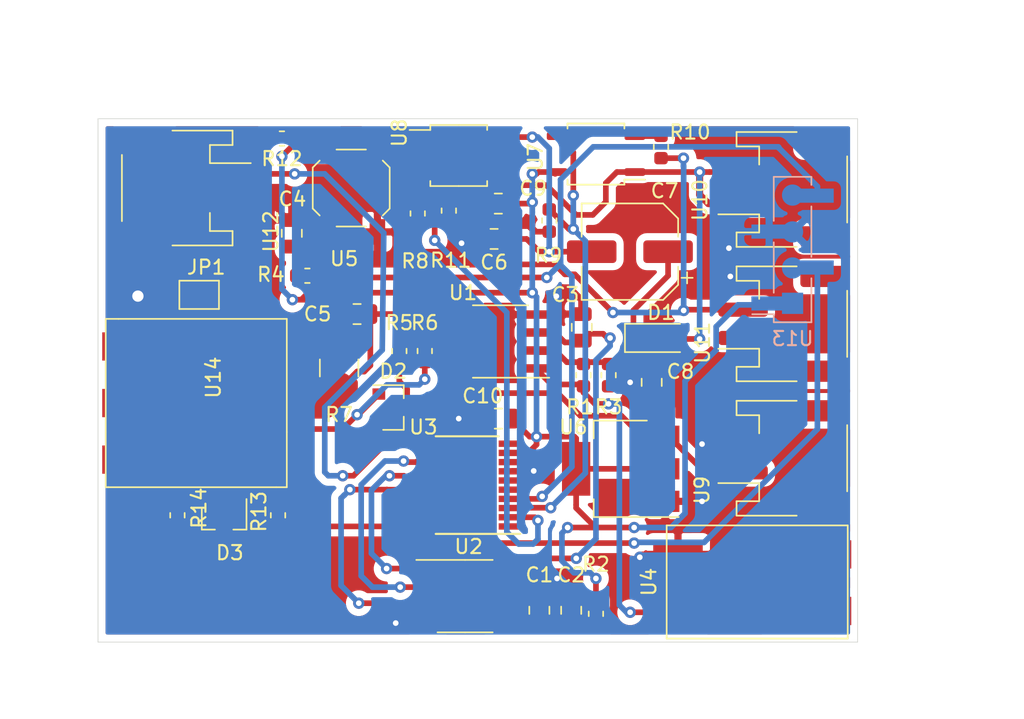
<source format=kicad_pcb>
(kicad_pcb (version 20171130) (host pcbnew "(5.1.5)-3")
  (layers (0 F.Cu signal) (31 B.Cu signal) (34 B.Paste user) (35 F.Paste user) (36 B.SilkS user) (37 F.SilkS user) (38 B.Mask user) (39 F.Mask user) (44 Edge.Cuts user))
  (net 0 "")
  (net 1 GND)
  (net 2 "Net-(C1-Pad1)")
  (net 3 /RCH)
  (net 4 "Net-(R1-Pad1)")
  (net 5 /5V_SUPPLY)
  (net 6 /SPI_SCK)
  (net 7 /WS)
  (net 8 /SPI_MOSI)
  (net 9 "Net-(U2-Pad7)")
  (net 10 /UART_TX)
  (net 11 /UART_RX)
  (net 12 /SWIM)
  (net 13 /RESET)
  (net 14 /C_SENSOR)
  (net 15 "Net-(R5-Pad1)")
  (net 16 "Net-(U2-Pad6)")
  (net 17 /V_SENSOR)
  (net 18 /RX_in)
  (net 19 "Net-(C7-Pad1)")
  (net 20 "Net-(C6-Pad1)")
  (net 21 "Net-(R1-Pad2)")
  (net 22 "Net-(R8-Pad2)")
  (net 23 "Net-(R10-Pad1)")
  (net 24 /EXT_GND)
  (net 25 "Net-(R11-Pad1)")
  (net 26 /5V_EXT)
  (net 27 /TEMP_SENSOR)
  (net 28 /12V_INPUT)
  (net 29 /LED-)
  (net 30 /LED_SENSE)
  (net 31 /LED+)
  (net 32 "Net-(U3-Pad1)")
  (net 33 "Net-(U3-Pad5)")
  (net 34 "Net-(U3-Pad6)")
  (net 35 "Net-(U3-Pad8)")
  (net 36 "Net-(U3-Pad10)")
  (net 37 "Net-(U3-Pad14)")
  (net 38 "Net-(U3-Pad17)")
  (net 39 "Net-(U3-Pad19)")
  (module Resistor_SMD:R_1210_3225Metric (layer F.Cu) (at 148.844 71.12 270)
    (fp_text reference R7 (at 3.302 0 180) (layer F.SilkS))
    (fp_text value 0.01Ω)
    (pad 1 smd roundrect (at -1.4 0 270) (size 1.25 2.65) (layers F.Cu F.Paste F.Mask) (roundrect_rratio 0.2) (net 29 /LED-))
    (pad 2 smd roundrect (at 1.4 0 270) (size 1.25 2.65) (layers F.Cu F.Paste F.Mask) (roundrect_rratio 0.2) (net 30 /LED_SENSE))
  )
  (module Package_SO:SOP-4_3.8x4.1mm_P2.54mm (layer F.Cu) (at 167 56 180)
    (fp_text reference U7 (at 4.28 -0.22 270) (layer F.SilkS))
    (fp_text value EL357N-C)
    (pad 4 smd roundrect (at 2.75 -1.27 180) (size 1.45 0.55) (layers F.Cu F.Paste F.Mask) (net 5 /5V_SUPPLY))
    (pad 3 smd roundrect (at 2.75 1.27 180) (size 1.45 0.55) (layers F.Cu F.Paste F.Mask) (net 11 /UART_RX))
    (pad 2 smd roundrect (at -2.75 1.27 180) (size 1.45 0.55) (layers F.Cu F.Paste F.Mask) (net 23 "Net-(R10-Pad1)"))
    (pad 1 smd roundrect (at -2.75 -1.27 180) (size 1.45 0.55) (layers F.Cu F.Paste F.Mask) (net 18 /RX_in))
  )
  (module Button_Switch_SMD:SW_SPST_SKQG_WithStem (layer F.Cu) (at 149.7 58.4 270)
    (fp_text reference U5 (at 5 0.5 180) (layer F.SilkS))
    (fp_text value tact_sw)
    (pad 1 smd rect (at -3.1 -1.85 270) (size 1.8 1.1) (layers F.Cu F.Paste F.Mask) (net 1 GND))
    (pad 1 smd rect (at 3.1 -1.85 270) (size 1.8 1.1) (layers F.Cu F.Paste F.Mask) (net 1 GND))
    (pad 2 smd rect (at -3.1 1.85 270) (size 1.8 1.1) (layers F.Cu F.Paste F.Mask) (net 13 /RESET))
    (pad 2 smd rect (at 3.1 1.85 270) (size 1.8 1.1) (layers F.Cu F.Paste F.Mask) (net 13 /RESET))
  )
  (module Capacitor_SMD:C_0805_2012Metric (layer F.Cu) (at 166 68.25 90)
    (fp_text reference C3 (at 2.31 -1.16 180) (layer F.SilkS))
    (fp_text value C)
    (pad 1 smd roundrect (at -0.9375 0 90) (size 0.975 1.4) (layers F.Cu F.Paste F.Mask) (net 3 /RCH))
    (pad 2 smd roundrect (at 0.9375 0 90) (size 0.975 1.4) (layers F.Cu F.Paste F.Mask) (net 1 GND))
  )
  (module Capacitor_SMD:C_0805_2012Metric (layer F.Cu) (at 163 88.25 90)
    (fp_text reference C1 (at 2.5 0) (layer F.SilkS))
    (fp_text value C)
    (pad 2 smd roundrect (at 0.9375 0 90) (size 0.975 1.4) (layers F.Cu F.Paste F.Mask) (net 1 GND))
    (pad 1 smd roundrect (at -0.9375 0 90) (size 0.975 1.4) (layers F.Cu F.Paste F.Mask) (net 2 "Net-(C1-Pad1)"))
  )
  (module Capacitor_SMD:C_0805_2012Metric (layer F.Cu) (at 165.25 88.25 90)
    (fp_text reference C2 (at 2.5 0) (layer F.SilkS))
    (fp_text value C)
    (pad 1 smd roundrect (at -0.9375 0 90) (size 0.975 1.4) (layers F.Cu F.Paste F.Mask) (net 2 "Net-(C1-Pad1)"))
    (pad 2 smd roundrect (at 0.9375 0 90) (size 0.975 1.4) (layers F.Cu F.Paste F.Mask) (net 1 GND))
  )
  (module Capacitor_SMD:C_0805_2012Metric (layer F.Cu) (at 145.5 61.6 90)
    (fp_text reference C4 (at 2.418 0.042) (layer F.SilkS))
    (fp_text value C)
    (pad 2 smd roundrect (at 0.9375 0 90) (size 0.975 1.4) (layers F.Cu F.Paste F.Mask) (net 1 GND))
    (pad 1 smd roundrect (at -0.9375 0 90) (size 0.975 1.4) (layers F.Cu F.Paste F.Mask) (net 13 /RESET))
  )
  (module Capacitor_SMD:C_0805_2012Metric (layer F.Cu) (at 150.114 67.31 180)
    (fp_text reference C5 (at 2.794 0) (layer F.SilkS))
    (fp_text value C)
    (pad 2 smd roundrect (at 0.9375 0 180) (size 0.975 1.4) (layers F.Cu F.Paste F.Mask) (net 29 /LED-))
    (pad 1 smd roundrect (at -0.9375 0 180) (size 0.975 1.4) (layers F.Cu F.Paste F.Mask) (net 30 /LED_SENSE))
  )
  (module Capacitor_SMD:C_0805_2012Metric (layer F.Cu) (at 159.8 62 180)
    (fp_text reference C6 (at 0 -1.65) (layer F.SilkS))
    (fp_text value C)
    (pad 1 smd roundrect (at -0.9375 0 180) (size 0.975 1.4) (layers F.Cu F.Paste F.Mask) (net 20 "Net-(C6-Pad1)"))
    (pad 2 smd roundrect (at 0.9375 0 180) (size 0.975 1.4) (layers F.Cu F.Paste F.Mask) (net 24 /EXT_GND))
  )
  (module Capacitor_SMD:CP_Elec_6.3x7.7 (layer F.Cu) (at 169.4 62.9 180)
    (fp_text reference C7 (at -2.45 4.3 180) (layer F.SilkS))
    (fp_text value 470uF)
    (pad 1 smd roundrect (at -2.7 0 180) (size 3.5 1.6) (layers F.Cu F.Paste F.Mask) (roundrect_rratio 0.15625) (net 19 "Net-(C7-Pad1)"))
    (pad 2 smd roundrect (at 2.7 0 180) (size 3.5 1.6) (layers F.Cu F.Paste F.Mask) (roundrect_rratio 0.15625) (net 20 "Net-(C6-Pad1)"))
  )
  (module Capacitor_SMD:C_0805_2012Metric (layer F.Cu) (at 170.942 72.136 90)
    (fp_text reference C8 (at 0.762 2.032) (layer F.SilkS))
    (fp_text value C)
    (pad 2 smd roundrect (at 0.9375 0 90) (size 0.975 1.4) (layers F.Cu F.Paste F.Mask) (net 1 GND))
    (pad 1 smd roundrect (at -0.9375 0 90) (size 0.975 1.4) (layers F.Cu F.Paste F.Mask) (net 28 /12V_INPUT))
  )
  (module Capacitor_SMD:C_0805_2012Metric (layer F.Cu) (at 160.1 59.5)
    (fp_text reference C9 (at 2.46 -1.08 180) (layer F.SilkS))
    (fp_text value C)
    (pad 1 smd roundrect (at -0.9375 0) (size 0.975 1.4) (layers F.Cu F.Paste F.Mask) (net 1 GND))
    (pad 2 smd roundrect (at 0.9375 0) (size 0.975 1.4) (layers F.Cu F.Paste F.Mask) (net 5 /5V_SUPPLY))
  )
  (module Capacitor_SMD:C_0805_2012Metric (layer F.Cu) (at 160.1 74.7 180)
    (fp_text reference C10 (at 1.1 1.6 180) (layer F.SilkS))
    (fp_text value C)
    (pad 1 smd roundrect (at -0.9375 0 180) (size 0.975 1.4) (layers F.Cu F.Paste F.Mask) (net 5 /5V_SUPPLY))
    (pad 2 smd roundrect (at 0.9375 0 180) (size 0.975 1.4) (layers F.Cu F.Paste F.Mask) (net 1 GND))
  )
  (module Diode_SMD:D_SOD-123 (layer F.Cu) (at 171.3 69)
    (fp_text reference D1 (at 0.3 -1.8) (layer F.SilkS))
    (fp_text value 1N5819HW)
    (pad 1 smd rect (at -1.65 0) (size 0.9 1.2) (layers F.Cu F.Paste F.Mask) (net 19 "Net-(C7-Pad1)"))
    (pad 2 smd rect (at 1.65 0) (size 0.9 1.2) (layers F.Cu F.Paste F.Mask) (net 18 /RX_in))
  )
  (module Diode_SMD:D_SOT-23_ANK (layer F.Cu) (at 152.654 73.914)
    (fp_text reference D2 (at 0.014 -2.558) (layer F.SilkS))
    (fp_text value BZX84Cxx)
    (pad 2 smd rect (at -1 -0.95) (size 0.9 0.8) (layers F.Cu F.Paste F.Mask) (net 29 /LED-))
    (pad "" smd rect (at -1 0.95) (size 0.9 0.8) (layers F.Cu F.Paste F.Mask))
    (pad 1 smd rect (at 1 0) (size 0.9 0.8) (layers F.Cu F.Paste F.Mask) (net 14 /C_SENSOR))
  )
  (module Diode_SMD:D_SOT-23_ANK (layer F.Cu) (at 140.716 81.786 270)
    (fp_text reference D3 (at 2.4 -0.4) (layer F.SilkS))
    (fp_text value BZX84Cxx)
    (pad 2 smd rect (at -1 -0.95 270) (size 0.9 0.8) (layers F.Cu F.Paste F.Mask) (net 29 /LED-))
    (pad "" smd rect (at -1 0.95 270) (size 0.9 0.8) (layers F.Cu F.Paste F.Mask))
    (pad 1 smd rect (at 1 0 270) (size 0.9 0.8) (layers F.Cu F.Paste F.Mask) (net 17 /V_SENSOR))
  )
  (module Resistor_SMD:R_0603_1608Metric (layer F.Cu) (at 166.116 71.628 270)
    (fp_text reference R1 (at 2.25 0.25) (layer F.SilkS))
    (fp_text value R)
    (pad 2 smd roundrect (at 0.7875 0 270) (size 0.875 0.95) (layers F.Cu F.Paste F.Mask) (net 21 "Net-(R1-Pad2)"))
    (pad 1 smd roundrect (at -0.7875 0 270) (size 0.875 0.95) (layers F.Cu F.Paste F.Mask) (net 4 "Net-(R1-Pad1)"))
  )
  (module Resistor_SMD:R_0603_1608Metric (layer F.Cu) (at 167 88.5 90)
    (fp_text reference R2 (at 3.5 0 180) (layer F.SilkS))
    (fp_text value R)
    (pad 2 smd roundrect (at 0.7875 0 90) (size 0.875 0.95) (layers F.Cu F.Paste F.Mask) (net 5 /5V_SUPPLY))
    (pad 1 smd roundrect (at -0.7875 0 90) (size 0.875 0.95) (layers F.Cu F.Paste F.Mask) (net 2 "Net-(C1-Pad1)"))
  )
  (module Resistor_SMD:R_0603_1608Metric (layer F.Cu) (at 167.894 71.628 270)
    (fp_text reference R3 (at 2.25 0) (layer F.SilkS))
    (fp_text value R)
    (pad 1 smd roundrect (at -0.7875 0 270) (size 0.875 0.95) (layers F.Cu F.Paste F.Mask) (net 4 "Net-(R1-Pad1)"))
    (pad 2 smd roundrect (at 0.7875 0 270) (size 0.875 0.95) (layers F.Cu F.Paste F.Mask) (net 1 GND))
  )
  (module Resistor_SMD:R_0603_1608Metric (layer F.Cu) (at 146.6 64.6 180)
    (fp_text reference R4 (at 2.582 0.084 180) (layer F.SilkS))
    (fp_text value R)
    (pad 1 smd roundrect (at -0.7875 0 180) (size 0.875 0.95) (layers F.Cu F.Paste F.Mask) (net 5 /5V_SUPPLY))
    (pad 2 smd roundrect (at 0.7875 0 180) (size 0.875 0.95) (layers F.Cu F.Paste F.Mask) (net 13 /RESET))
  )
  (module Resistor_SMD:R_0603_1608Metric (layer F.Cu) (at 153.1 69.922 270)
    (fp_text reference R5 (at -2 0 180) (layer F.SilkS))
    (fp_text value R)
    (pad 1 smd roundrect (at -0.7875 0 270) (size 0.875 0.95) (layers F.Cu F.Paste F.Mask) (net 15 "Net-(R5-Pad1)"))
    (pad 2 smd roundrect (at 0.7875 0 270) (size 0.875 0.95) (layers F.Cu F.Paste F.Mask) (net 14 /C_SENSOR))
  )
  (module Resistor_SMD:R_0603_1608Metric (layer F.Cu) (at 154.9 69.922 270)
    (fp_text reference R6 (at -2 0 180) (layer F.SilkS))
    (fp_text value R)
    (pad 1 smd roundrect (at -0.7875 0 270) (size 0.875 0.95) (layers F.Cu F.Paste F.Mask) (net 15 "Net-(R5-Pad1)"))
    (pad 2 smd roundrect (at 0.7875 0 270) (size 0.875 0.95) (layers F.Cu F.Paste F.Mask) (net 29 /LED-))
  )
  (module Resistor_SMD:R_0603_1608Metric (layer F.Cu) (at 154.4 60.2 90)
    (fp_text reference R8 (at -3.36 -0.18) (layer F.SilkS))
    (fp_text value R)
    (pad 1 smd roundrect (at -0.7875 0 90) (size 0.875 0.95) (layers F.Cu F.Paste F.Mask) (net 1 GND))
    (pad 2 smd roundrect (at 0.7875 0 90) (size 0.875 0.95) (layers F.Cu F.Paste F.Mask) (net 22 "Net-(R8-Pad2)"))
  )
  (module Resistor_SMD:R_0603_1608Metric (layer F.Cu) (at 163.7 60.7 270)
    (fp_text reference R9 (at 2.47 0.06 180) (layer F.SilkS))
    (fp_text value R)
    (pad 2 smd roundrect (at 0.7875 0 270) (size 0.875 0.95) (layers F.Cu F.Paste F.Mask) (net 1 GND))
    (pad 1 smd roundrect (at -0.7875 0 270) (size 0.875 0.95) (layers F.Cu F.Paste F.Mask) (net 11 /UART_RX))
  )
  (module Resistor_SMD:R_0603_1608Metric (layer F.Cu) (at 171.6 55.5 270)
    (fp_text reference R10 (at -1.05 -2.05 180) (layer F.SilkS))
    (fp_text value R)
    (pad 2 smd roundrect (at 0.7875 0 270) (size 0.875 0.95) (layers F.Cu F.Paste F.Mask) (net 24 /EXT_GND))
    (pad 1 smd roundrect (at -0.7875 0 270) (size 0.875 0.95) (layers F.Cu F.Paste F.Mask) (net 23 "Net-(R10-Pad1)"))
  )
  (module Resistor_SMD:R_0603_1608Metric (layer F.Cu) (at 156.6 60 270)
    (fp_text reference R11 (at 3.51 -0.13) (layer F.SilkS))
    (fp_text value 1K)
    (pad 1 smd roundrect (at -0.7875 0 270) (size 0.875 0.95) (layers F.Cu F.Paste F.Mask) (net 25 "Net-(R11-Pad1)"))
    (pad 2 smd roundrect (at 0.7875 0 270) (size 0.875 0.95) (layers F.Cu F.Paste F.Mask) (net 18 /RX_in))
  )
  (module Resistor_SMD:R_0603_1608Metric (layer F.Cu) (at 144.8 54.9 180)
    (fp_text reference R12 (at 0 -1.43) (layer F.SilkS))
    (fp_text value R)
    (pad 2 smd roundrect (at 0.7875 0 180) (size 0.875 0.95) (layers F.Cu F.Paste F.Mask) (net 27 /TEMP_SENSOR))
    (pad 1 smd roundrect (at -0.7875 0 180) (size 0.875 0.95) (layers F.Cu F.Paste F.Mask) (net 5 /5V_SUPPLY))
  )
  (module Resistor_SMD:R_0603_1608Metric (layer F.Cu) (at 144.526 81.534 270)
    (fp_text reference R13 (at -0.254 1.35 270) (layer F.SilkS))
    (fp_text value R)
    (pad 1 smd roundrect (at -0.7875 0 270) (size 0.875 0.95) (layers F.Cu F.Paste F.Mask) (net 31 /LED+))
    (pad 2 smd roundrect (at 0.7875 0 270) (size 0.875 0.95) (layers F.Cu F.Paste F.Mask) (net 17 /V_SENSOR))
  )
  (module Resistor_SMD:R_0603_1608Metric (layer F.Cu) (at 137.414 81.534 90)
    (fp_text reference R14 (at 0.508 1.524 270) (layer F.SilkS))
    (fp_text value R)
    (pad 2 smd roundrect (at 0.7875 0 90) (size 0.875 0.95) (layers F.Cu F.Paste F.Mask) (net 29 /LED-))
    (pad 1 smd roundrect (at -0.7875 0 90) (size 0.875 0.95) (layers F.Cu F.Paste F.Mask) (net 17 /V_SENSOR))
  )
  (module Package_SO:SOIC-8_3.9x4.9mm_P1.27mm (layer F.Cu) (at 160.25 69.25 180)
    (fp_text reference U1 (at 2.65 3.45 180) (layer F.SilkS))
    (fp_text value LM358)
    (pad 1 smd roundrect (at -2.475 -1.905 180) (size 1.95 0.6) (layers F.Cu F.Paste F.Mask) (net 21 "Net-(R1-Pad2)"))
    (pad 2 smd roundrect (at -2.475 -0.635 180) (size 1.95 0.6) (layers F.Cu F.Paste F.Mask) (net 4 "Net-(R1-Pad1)"))
    (pad 3 smd roundrect (at -2.475 0.635 180) (size 1.95 0.6) (layers F.Cu F.Paste F.Mask) (net 3 /RCH))
    (pad 4 smd roundrect (at -2.475 1.905 180) (size 1.95 0.6) (layers F.Cu F.Paste F.Mask) (net 1 GND))
    (pad 5 smd roundrect (at 2.475 1.905 180) (size 1.95 0.6) (layers F.Cu F.Paste F.Mask) (net 30 /LED_SENSE))
    (pad 6 smd roundrect (at 2.475 0.635 180) (size 1.95 0.6) (layers F.Cu F.Paste F.Mask) (net 15 "Net-(R5-Pad1)"))
    (pad 7 smd roundrect (at 2.475 -0.635 180) (size 1.95 0.6) (layers F.Cu F.Paste F.Mask) (net 14 /C_SENSOR))
    (pad 8 smd roundrect (at 2.475 -1.905 180) (size 1.95 0.6) (layers F.Cu F.Paste F.Mask) (net 28 /12V_INPUT))
  )
  (module Package_SO:SOP-8_3.9x4.9mm_P1.27mm (layer F.Cu) (at 157.75 87.25)
    (fp_text reference U2 (at 0.25 -3.5) (layer F.SilkS))
    (fp_text value PT8211-S)
    (pad 1 smd roundrect (at -2.625 -1.905) (size 1.65 0.6) (layers F.Cu F.Paste F.Mask) (net 6 /SPI_SCK))
    (pad 2 smd roundrect (at -2.625 -0.635) (size 1.65 0.6) (layers F.Cu F.Paste F.Mask) (net 7 /WS))
    (pad 3 smd roundrect (at -2.625 0.635) (size 1.65 0.6) (layers F.Cu F.Paste F.Mask) (net 8 /SPI_MOSI))
    (pad 4 smd roundrect (at -2.625 1.905) (size 1.65 0.6) (layers F.Cu F.Paste F.Mask) (net 1 GND))
    (pad 5 smd roundrect (at 2.625 1.905) (size 1.65 0.6) (layers F.Cu F.Paste F.Mask) (net 2 "Net-(C1-Pad1)"))
    (pad 6 smd roundrect (at 2.625 0.635) (size 1.65 0.6) (layers F.Cu F.Paste F.Mask) (net 16 "Net-(U2-Pad6)"))
    (pad 7 smd roundrect (at 2.625 -0.635) (size 1.65 0.6) (layers F.Cu F.Paste F.Mask) (net 9 "Net-(U2-Pad7)"))
    (pad 8 smd roundrect (at 2.625 -1.905) (size 1.65 0.6) (layers F.Cu F.Paste F.Mask) (net 3 /RCH))
  )
  (module Package_SO:TSSOP-20_4.4x6.5mm_P0.65mm (layer F.Cu) (at 157.9 79.4 180)
    (fp_text reference U3 (at 3.1 4.1) (layer F.SilkS))
    (fp_text value STM8S003F3P)
    (pad 1 smd rect (at -2.95 -2.925 180) (size 1.45 0.45) (layers F.Cu F.Paste F.Mask) (net 32 "Net-(U3-Pad1)"))
    (pad 2 smd rect (at -2.95 -2.275 180) (size 1.45 0.45) (layers F.Cu F.Paste F.Mask) (net 10 /UART_TX))
    (pad 3 smd rect (at -2.95 -1.625 180) (size 1.45 0.45) (layers F.Cu F.Paste F.Mask) (net 11 /UART_RX))
    (pad 4 smd rect (at -2.95 -0.975 180) (size 1.45 0.45) (layers F.Cu F.Paste F.Mask) (net 13 /RESET))
    (pad 5 smd rect (at -2.95 -0.325 180) (size 1.45 0.45) (layers F.Cu F.Paste F.Mask) (net 33 "Net-(U3-Pad5)"))
    (pad 6 smd rect (at -2.95 0.325 180) (size 1.45 0.45) (layers F.Cu F.Paste F.Mask) (net 34 "Net-(U3-Pad6)"))
    (pad 7 smd rect (at -2.95 0.975 180) (size 1.45 0.45) (layers F.Cu F.Paste F.Mask) (net 1 GND))
    (pad 8 smd rect (at -2.95 1.625 180) (size 1.45 0.45) (layers F.Cu F.Paste F.Mask) (net 35 "Net-(U3-Pad8)"))
    (pad 9 smd rect (at -2.95 2.275 180) (size 1.45 0.45) (layers F.Cu F.Paste F.Mask) (net 5 /5V_SUPPLY))
    (pad 10 smd rect (at -2.95 2.925 180) (size 1.45 0.45) (layers F.Cu F.Paste F.Mask) (net 36 "Net-(U3-Pad10)"))
    (pad 11 smd rect (at 2.95 2.925 180) (size 1.45 0.45) (layers F.Cu F.Paste F.Mask) (net 27 /TEMP_SENSOR))
    (pad 12 smd rect (at 2.95 2.275 180) (size 1.45 0.45) (layers F.Cu F.Paste F.Mask) (net 14 /C_SENSOR))
    (pad 13 smd rect (at 2.95 1.625 180) (size 1.45 0.45) (layers F.Cu F.Paste F.Mask) (net 7 /WS))
    (pad 14 smd rect (at 2.95 0.975 180) (size 1.45 0.45) (layers F.Cu F.Paste F.Mask) (net 37 "Net-(U3-Pad14)"))
    (pad 15 smd rect (at 2.95 0.325 180) (size 1.45 0.45) (layers F.Cu F.Paste F.Mask) (net 6 /SPI_SCK))
    (pad 16 smd rect (at 2.95 -0.325 180) (size 1.45 0.45) (layers F.Cu F.Paste F.Mask) (net 8 /SPI_MOSI))
    (pad 17 smd rect (at 2.95 -0.975 180) (size 1.45 0.45) (layers F.Cu F.Paste F.Mask) (net 38 "Net-(U3-Pad17)"))
    (pad 18 smd rect (at 2.95 -1.625 180) (size 1.45 0.45) (layers F.Cu F.Paste F.Mask) (net 12 /SWIM))
    (pad 19 smd rect (at 2.95 -2.275 180) (size 1.45 0.45) (layers F.Cu F.Paste F.Mask) (net 39 "Net-(U3-Pad19)"))
    (pad 20 smd rect (at 2.95 -2.925 180) (size 1.45 0.45) (layers F.Cu F.Paste F.Mask) (net 17 /V_SENSOR))
  )
  (module Custom_footprint_lib:LEDSMD2062 (layer F.Cu) (at 180 92.25 180)
    (fp_text reference U4 (at 9.25 6 90) (layer F.SilkS))
    (fp_text value SMD_2062)
    (pad "" smd rect (at -2.05 3.95 180) (size 6 2) (layers F.Cu F.Paste F.Mask))
    (pad 2 smd rect (at 7.2 7.95 180) (size 3.5 2) (layers F.Cu F.Paste F.Mask) (net 1 GND))
    (pad 1 smd rect (at 7.2 3.95 180) (size 3.5 2) (layers F.Cu F.Paste F.Mask) (net 21 "Net-(R1-Pad2)"))
    (pad "" smd rect (at -2.05 7.95 180) (size 6 2) (layers F.Cu F.Paste F.Mask))
  )
  (module Package_TO_SOT_SMD:SOT-223-3_TabPin2 (layer F.Cu) (at 168.75 78.25 180)
    (fp_text reference U6 (at 3.35 2.95) (layer F.SilkS))
    (fp_text value AMS1117-5.0)
    (pad 2 smd rect (at 3.15 0 180) (size 2 3.8) (layers F.Cu F.Paste F.Mask) (net 5 /5V_SUPPLY))
    (pad 2 smd rect (at -3.15 0 180) (size 2 1.5) (layers F.Cu F.Paste F.Mask) (net 5 /5V_SUPPLY))
    (pad 3 smd rect (at -3.15 2.3 180) (size 2 1.5) (layers F.Cu F.Paste F.Mask) (net 28 /12V_INPUT))
    (pad 1 smd rect (at -3.15 -2.3 180) (size 2 1.5) (layers F.Cu F.Paste F.Mask) (net 1 GND))
  )
  (module Package_SO:SOP-4_3.8x4.1mm_P2.54mm (layer F.Cu) (at 157.3 56.1)
    (fp_text reference U8 (at -4.2 -1.6 90) (layer F.SilkS))
    (fp_text value EL357N-C)
    (pad 1 smd roundrect (at -2.75 -1.27) (size 1.45 0.55) (layers F.Cu F.Paste F.Mask) (net 10 /UART_TX))
    (pad 2 smd roundrect (at -2.75 1.27) (size 1.45 0.55) (layers F.Cu F.Paste F.Mask) (net 22 "Net-(R8-Pad2)"))
    (pad 3 smd roundrect (at 2.75 1.27) (size 1.45 0.55) (layers F.Cu F.Paste F.Mask) (net 25 "Net-(R11-Pad1)"))
    (pad 4 smd roundrect (at 2.75 -1.27) (size 1.45 0.55) (layers F.Cu F.Paste F.Mask) (net 20 "Net-(C6-Pad1)"))
  )
  (module Connector_JST:JST_PH_S2B-PH-SM4-TB_1x02-1MP_P2.00mm_Horizontal (layer F.Cu) (at 180.25 77.5 90)
    (fp_text reference U9 (at -2.25 -5.75 90) (layer F.SilkS))
    (fp_text value PH2.0_horizontal)
    (pad 1 smd roundrect (at -1 -2.85 90) (size 1 3.5) (layers F.Cu F.Paste F.Mask) (net 28 /12V_INPUT))
    (pad 2 smd roundrect (at 1 -2.85 90) (size 1 3.5) (layers F.Cu F.Paste F.Mask) (net 1 GND))
    (pad MP smd roundrect (at -3.35 2.9 90) (size 1.5 3.4) (layers F.Cu F.Paste F.Mask) (roundrect_rratio 0.166667))
    (pad MP smd roundrect (at 3.35 2.9 90) (size 1.5 3.4) (layers F.Cu F.Paste F.Mask) (roundrect_rratio 0.166667))
  )
  (module Connector_JST:JST_PH_S2B-PH-SM4-TB_1x02-1MP_P2.00mm_Horizontal (layer F.Cu) (at 180.25 58.5 90)
    (fp_text reference U10 (at -0.75 -5.9 270) (layer F.SilkS))
    (fp_text value PH2.0_horizontal)
    (pad MP smd roundrect (at 3.35 2.9 90) (size 1.5 3.4) (layers F.Cu F.Paste F.Mask) (roundrect_rratio 0.166667))
    (pad MP smd roundrect (at -3.35 2.9 90) (size 1.5 3.4) (layers F.Cu F.Paste F.Mask) (roundrect_rratio 0.166667))
    (pad 2 smd roundrect (at 1 -2.85 90) (size 1 3.5) (layers F.Cu F.Paste F.Mask) (net 18 /RX_in))
    (pad 1 smd roundrect (at -1 -2.85 90) (size 1 3.5) (layers F.Cu F.Paste F.Mask) (net 18 /RX_in))
  )
  (module Connector_JST:JST_PH_S2B-PH-SM4-TB_1x02-1MP_P2.00mm_Horizontal (layer F.Cu) (at 180.25 68 90)
    (fp_text reference U11 (at -1.34 -5.71 90) (layer F.SilkS))
    (fp_text value PH2.0_horizontal)
    (pad 1 smd roundrect (at -1 -2.85 90) (size 1 3.5) (layers F.Cu F.Paste F.Mask) (net 26 /5V_EXT))
    (pad 2 smd roundrect (at 1 -2.85 90) (size 1 3.5) (layers F.Cu F.Paste F.Mask) (net 24 /EXT_GND))
    (pad MP smd roundrect (at -3.35 2.9 90) (size 1.5 3.4) (layers F.Cu F.Paste F.Mask) (roundrect_rratio 0.166667))
    (pad MP smd roundrect (at 3.35 2.9 90) (size 1.5 3.4) (layers F.Cu F.Paste F.Mask) (roundrect_rratio 0.166667))
  )
  (module Connector_JST:JST_PH_S2B-PH-SM4-TB_1x02-1MP_P2.00mm_Horizontal (layer F.Cu) (at 138 58.4 270)
    (fp_text reference U12 (at 3.068 -6.018 90) (layer F.SilkS))
    (fp_text value PH2.0_horizontal)
    (pad MP smd roundrect (at 3.35 2.9 270) (size 1.5 3.4) (layers F.Cu F.Paste F.Mask) (roundrect_rratio 0.166667))
    (pad MP smd roundrect (at -3.35 2.9 270) (size 1.5 3.4) (layers F.Cu F.Paste F.Mask) (roundrect_rratio 0.166667))
    (pad 2 smd roundrect (at 1 -2.85 270) (size 1 3.5) (layers F.Cu F.Paste F.Mask) (net 1 GND))
    (pad 1 smd roundrect (at -1 -2.85 270) (size 1 3.5) (layers F.Cu F.Paste F.Mask) (net 27 /TEMP_SENSOR))
  )
  (module Custom_footprint_lib:SMD2063 (layer F.Cu) (at 136.496 63.5)
    (fp_text reference U14 (at 3.458 8.296 90) (layer F.SilkS))
    (fp_text value SMD2063)
    (pad 2 smd rect (at 7.85 10.1) (size 3.5 2) (layers F.Cu F.Paste F.Mask) (net 30 /LED_SENSE))
    (pad 1 smd rect (at 7.85 6.1) (size 3.5 2) (layers F.Cu F.Paste F.Mask) (net 29 /LED-))
    (pad "" smd rect (at -1.4 6.1) (size 6 2) (layers F.Cu F.Paste F.Mask))
    (pad "" smd rect (at -1.4 10.1) (size 6 2) (layers F.Cu F.Paste F.Mask))
    (pad "" smd rect (at -1.4 14.1) (size 6 2) (layers F.Cu F.Paste F.Mask))
    (pad 3 smd rect (at 7.85 14.1) (size 3.5 2) (layers F.Cu F.Paste F.Mask) (net 31 /LED+))
  )
  (module Custom_footprint_lib:custom_pinsocket_1x04_p2.54 (layer B.Cu) (at 180.9 72.15)
    (fp_text reference U13 (at 0 -3.1) (layer B.SilkS) (effects (justify mirror)))
    (fp_text value PinSocket_1x4)
    (pad 2 smd rect (at 1.655 -8.13) (size 2.51 1) (layers B.Cu B.Paste B.Mask) (net 12 /SWIM))
    (pad 3 smd rect (at -1.655 -10.67) (size 2.51 1) (layers B.Cu B.Paste B.Mask) (net 1 GND))
    (pad 4 smd rect (at 1.655 -13.21) (size 2.51 1) (layers B.Cu B.Paste B.Mask) (net 13 /RESET))
    (pad 1 smd rect (at -1.655 -5.59) (size 2.51 1) (layers B.Cu B.Paste B.Mask) (net 5 /5V_SUPPLY))
    (pad 3 smd circle (at 0 -10.65 90) (size 1.5 1.5) (layers B.Cu B.Paste B.Mask) (net 1 GND))
    (pad 2 smd circle (at 0 -8.1 90) (size 1.5 1.5) (layers B.Cu B.Paste B.Mask) (net 12 /SWIM))
    (pad 1 smd rect (at 0 -5.6 90) (size 1.5 1.5) (layers B.Cu B.Paste B.Mask) (net 5 /5V_SUPPLY))
    (pad 4 smd circle (at 0 -13.25 90) (size 1.5 1.5) (layers B.Cu B.Paste B.Mask) (net 13 /RESET))
  )
  (module Jumper:SolderJumper-2_P1.3mm_Open_TrianglePad1.0x1.5mm (layer F.Cu) (at 138.95 65.95 180)
    (fp_text reference JP1 (at -0.5 1.95) (layer F.SilkS))
    (fp_text value Jumper_2_Open)
    (pad 2 smd custom (at 0.725 0 180) (size 0.3 0.3) (layers F.Cu F.Mask) (net 1 GND) (options (clearance outline) (anchor rect)) (primitives (gr_poly (pts (xy -0.65 -0.75) (xy 0.5 -0.75) (xy 0.5 0.75) (xy -0.65 0.75) (xy -0.15 0)) (width 0))))
    (pad 1 smd custom (at -0.725 0 180) (size 0.3 0.3) (layers F.Cu F.Mask) (net 29 /LED-) (options (clearance outline) (anchor rect)) (primitives (gr_poly (pts (xy -0.5 -0.75) (xy 0.5 -0.75) (xy 1 0) (xy 0.5 0.75) (xy -0.5 0.75)) (width 0))))
  )
  (gr_line (start 185.5 53.5) (end 131.8 53.5) (layer Edge.Cuts) (width 0.05))
  (gr_line (start 185.5 90.5) (end 185.5 53.5) (layer Edge.Cuts) (width 0.05))
  (gr_line (start 131.8 90.5) (end 185.5 90.5) (layer Edge.Cuts) (width 0.05))
  (gr_line (start 131.8 53.5) (end 131.8 90.5) (layer Edge.Cuts) (width 0.05))
  (segment (start 172.8 84.3) (end 170.55 84.3) (width 0.4) (layer F.Cu) (net 1))
  (segment (start 170.55 84.3) (end 170.55 84.3) (width 0.4) (layer F.Cu) (net 1))
  (segment (start 165.25 86.75) (end 165.25 87.3125) (width 0.4) (layer F.Cu) (net 1))
  (segment (start 163.25 86) (end 164.25 86) (width 0.4) (layer F.Cu) (net 1))
  (segment (start 163 87.3125) (end 163 86.25) (width 0.4) (layer F.Cu) (net 1))
  (segment (start 164.5 86) (end 165.25 86.75) (width 0.4) (layer F.Cu) (net 1))
  (segment (start 163 86.25) (end 163.25 86) (width 0.4) (layer F.Cu) (net 1))
  (segment (start 164.25 86) (end 164.5 86) (width 0.4) (layer F.Cu) (net 1))
  (via (at 164.25 86) (size 0.8) (drill 0.4) (layers F.Cu B.Cu) (net 1))
  (segment (start 163.7 67.345) (end 163.795 67.25) (width 0.4) (layer F.Cu) (net 1))
  (segment (start 162.725 67.345) (end 163.7 67.345) (width 0.4) (layer F.Cu) (net 1))
  (segment (start 163.795 67.25) (end 164.25 67.25) (width 0.4) (layer F.Cu) (net 1))
  (segment (start 164.25 67.25) (end 164.5 67.25) (width 0.4) (layer F.Cu) (net 1))
  (segment (start 164.5 67.25) (end 164.5 67.25) (width 0.4) (layer F.Cu) (net 1))
  (via (at 164.2 66.05) (size 0.8) (drill 0.4) (layers F.Cu B.Cu) (net 1))
  (segment (start 177.4 76.5) (end 176.25 76.5) (width 0.4) (layer F.Cu) (net 1))
  (segment (start 176.25 76.5) (end 174.75 76.5) (width 0.4) (layer F.Cu) (net 1))
  (segment (start 174.75 76.5) (end 174.5 76.5) (width 0.4) (layer F.Cu) (net 1))
  (via (at 174.5 76.5) (size 0.8) (drill 0.4) (layers F.Cu B.Cu) (net 1))
  (segment (start 155.125 89.155) (end 152.845 89.155) (width 0.4) (layer F.Cu) (net 1))
  (segment (start 152.845 89.155) (end 152.845 89.155) (width 0.4) (layer F.Cu) (net 1))
  (via (at 152.845 89.155) (size 0.8) (drill 0.4) (layers F.Cu B.Cu) (net 1))
  (segment (start 164.5625 67.3125) (end 164.5 67.25) (width 0.4) (layer F.Cu) (net 1))
  (segment (start 166 67.3125) (end 164.5625 67.3125) (width 0.4) (layer F.Cu) (net 1))
  (segment (start 171.9 80.55) (end 173.75 80.55) (width 0.4) (layer F.Cu) (net 1))
  (segment (start 173.75 80.55) (end 173.75 80.55) (width 0.4) (layer F.Cu) (net 1))
  (via (at 174.5 80.55) (size 0.8) (drill 0.4) (layers F.Cu B.Cu) (net 1))
  (segment (start 140.85 59.4) (end 142 59.4) (width 0.4) (layer F.Cu) (net 1))
  (segment (start 142 59.4) (end 144 59.4) (width 0.4) (layer F.Cu) (net 1))
  (segment (start 144 59.4) (end 144 59.4) (width 0.4) (layer F.Cu) (net 1))
  (segment (start 151.7875 61.7375) (end 151.55 61.5) (width 0.4) (layer F.Cu) (net 1))
  (segment (start 145.2625 60.6625) (end 144 59.4) (width 0.4) (layer F.Cu) (net 1))
  (segment (start 145.5 60.6625) (end 145.2625 60.6625) (width 0.4) (layer F.Cu) (net 1))
  (segment (start 159.1625 74.7) (end 157.3 74.7) (width 0.4) (layer F.Cu) (net 1))
  (segment (start 157.3 74.7) (end 157.3 74.7) (width 0.4) (layer F.Cu) (net 1))
  (via (at 157.3 74.7) (size 0.8) (drill 0.4) (layers F.Cu B.Cu) (net 1))
  (segment (start 161.075 78.425) (end 161.1 78.4) (width 0.4) (layer F.Cu) (net 1))
  (segment (start 160.85 78.425) (end 161.075 78.425) (width 0.4) (layer F.Cu) (net 1))
  (segment (start 161.1 78.4) (end 162.3 78.4) (width 0.4) (layer F.Cu) (net 1))
  (segment (start 162.3 78.4) (end 162.3 78.4) (width 0.4) (layer F.Cu) (net 1))
  (via (at 162.6 78.4) (size 0.8) (drill 0.4) (layers F.Cu B.Cu) (net 1))
  (segment (start 173.934315 80.55) (end 171.9 80.55) (width 0.4) (layer F.Cu) (net 1))
  (segment (start 174.5 80.55) (end 173.934315 80.55) (width 0.4) (layer F.Cu) (net 1))
  (segment (start 157.976973 60.723027) (end 157.7 61) (width 0.4) (layer F.Cu) (net 1))
  (segment (start 157.7 61) (end 157.7 62.3) (width 0.4) (layer F.Cu) (net 1))
  (segment (start 157.7 62.3) (end 157.5 62.3) (width 0.4) (layer F.Cu) (net 1))
  (segment (start 157.5 62.3) (end 157.5 62.3) (width 0.4) (layer F.Cu) (net 1))
  (via (at 157.5 62.3) (size 0.8) (drill 0.4) (layers F.Cu B.Cu) (net 1))
  (segment (start 157.9 60.8) (end 157.7 61) (width 0.4) (layer F.Cu) (net 1))
  (segment (start 158.676973 60.023027) (end 157.9 60.8) (width 0.4) (layer F.Cu) (net 1))
  (segment (start 158.676973 59.985527) (end 158.676973 60.023027) (width 0.4) (layer F.Cu) (net 1))
  (segment (start 159.1625 59.5) (end 158.676973 59.985527) (width 0.4) (layer F.Cu) (net 1))
  (segment (start 170.55 84.3) (end 170.3 84.3) (width 0.4) (layer F.Cu) (net 1))
  (segment (start 170.3 84.3) (end 170.1 84.5) (width 0.4) (layer F.Cu) (net 1))
  (segment (start 170.1 84.5) (end 170.1 84.5) (width 0.4) (layer F.Cu) (net 1))
  (via (at 170.1 84.5) (size 0.8) (drill 0.4) (layers F.Cu B.Cu) (net 1))
  (via (at 134.62 66.04) (size 1.6) (drill 0.8) (layers F.Cu B.Cu) (net 1))
  (via (at 169.418 72.136) (size 0.8) (drill 0.4) (layers F.Cu B.Cu) (net 1))
  (segment (start 169.1385 72.4155) (end 169.418 72.136) (width 0.4) (layer F.Cu) (net 1))
  (segment (start 167.894 72.4155) (end 169.1385 72.4155) (width 0.4) (layer F.Cu) (net 1))
  (segment (start 170.3555 71.1985) (end 169.418 72.136) (width 0.4) (layer F.Cu) (net 1))
  (segment (start 170.942 71.1985) (end 170.3555 71.1985) (width 0.4) (layer F.Cu) (net 1))
  (segment (start 152.686 61.5) (end 153.416 62.23) (width 0.4) (layer F.Cu) (net 1))
  (segment (start 151.55 61.5) (end 152.686 61.5) (width 0.4) (layer F.Cu) (net 1))
  (segment (start 154.4 61.425) (end 154.432 61.457) (width 0.4) (layer F.Cu) (net 1))
  (segment (start 154.4 60.9875) (end 154.4 61.425) (width 0.4) (layer F.Cu) (net 1))
  (segment (start 154.432 61.722) (end 153.924 62.23) (width 0.4) (layer F.Cu) (net 1))
  (segment (start 154.432 61.457) (end 154.432 61.722) (width 0.4) (layer F.Cu) (net 1))
  (segment (start 153.416 62.23) (end 153.67 62.23) (width 0.4) (layer F.Cu) (net 1))
  (segment (start 153.67 62.23) (end 153.924 62.23) (width 0.4) (layer F.Cu) (net 1))
  (segment (start 136.906 63.844) (end 136.906 66.04) (width 0.4) (layer F.Cu) (net 1))
  (segment (start 140.85 59.4) (end 140.85 59.9) (width 0.4) (layer F.Cu) (net 1))
  (segment (start 140.85 59.9) (end 136.906 63.844) (width 0.4) (layer F.Cu) (net 1))
  (segment (start 134.62 66.04) (end 136.906 66.04) (width 0.4) (layer F.Cu) (net 1))
  (segment (start 136.906 66.04) (end 137.80899 66.04) (width 0.4) (layer F.Cu) (net 1))
  (segment (start 154.085991 62.899991) (end 153.416 62.23) (width 0.4) (layer F.Cu) (net 1))
  (segment (start 157.5 62.3) (end 156.900009 62.899991) (width 0.4) (layer F.Cu) (net 1))
  (segment (start 156.900009 62.899991) (end 154.085991 62.899991) (width 0.4) (layer F.Cu) (net 1))
  (segment (start 162.6375 61.4875) (end 163.7 61.4875) (width 0.4) (layer F.Cu) (net 1))
  (segment (start 157.9 60.8) (end 161.95 60.8) (width 0.4) (layer F.Cu) (net 1))
  (segment (start 161.95 60.8) (end 162.6375 61.4875) (width 0.4) (layer F.Cu) (net 1))
  (segment (start 180.9 61.5) (end 179.265 61.5) (width 0.5) (layer B.Cu) (net 1))
  (segment (start 179.265 61.5) (end 179.245 61.48) (width 0.5) (layer B.Cu) (net 1))
  (via (at 176.4 62.65) (size 0.8) (drill 0.4) (layers F.Cu B.Cu) (net 1))
  (via (at 176.5 64.65) (size 0.8) (drill 0.4) (layers F.Cu B.Cu) (net 1))
  (segment (start 165.25 89.1875) (end 163 89.1875) (width 0.4) (layer F.Cu) (net 2))
  (segment (start 160.4075 89.1875) (end 160.375 89.155) (width 0.4) (layer F.Cu) (net 2))
  (segment (start 163 89.1875) (end 160.4075 89.1875) (width 0.4) (layer F.Cu) (net 2))
  (segment (start 165.35 89.2875) (end 165.25 89.1875) (width 0.4) (layer F.Cu) (net 2))
  (segment (start 167 89.2875) (end 165.35 89.2875) (width 0.4) (layer F.Cu) (net 2))
  (segment (start 163.7 68.615) (end 162.725 68.615) (width 0.4) (layer F.Cu) (net 3))
  (segment (start 164.1025 68.615) (end 163.7 68.615) (width 0.4) (layer F.Cu) (net 3))
  (segment (start 164.8 69.3125) (end 164.1025 68.615) (width 0.4) (layer F.Cu) (net 3))
  (segment (start 165.5 69.3125) (end 164.8 69.3125) (width 0.4) (layer F.Cu) (net 3))
  (segment (start 168 69) (end 168 69) (width 0.4) (layer B.Cu) (net 3))
  (via (at 168 69) (size 0.8) (drill 0.4) (layers F.Cu B.Cu) (net 3))
  (via (at 165.608 84.582) (size 0.8) (drill 0.4) (layers F.Cu B.Cu) (net 3))
  (segment (start 166.485527 68.701973) (end 167.507973 68.701973) (width 0.4) (layer F.Cu) (net 3))
  (segment (start 166 69.1875) (end 166.485527 68.701973) (width 0.4) (layer F.Cu) (net 3))
  (segment (start 167.806 69) (end 168 69) (width 0.4) (layer F.Cu) (net 3))
  (segment (start 167.507973 68.701973) (end 167.806 69) (width 0.4) (layer F.Cu) (net 3))
  (segment (start 168 69.565685) (end 168 69) (width 0.4) (layer B.Cu) (net 3))
  (segment (start 167 70.565685) (end 168 69.565685) (width 0.4) (layer B.Cu) (net 3))
  (segment (start 165.608 84.582) (end 167 83.19) (width 0.4) (layer B.Cu) (net 3))
  (segment (start 167 83.19) (end 167 70.565685) (width 0.4) (layer B.Cu) (net 3))
  (segment (start 161.138 84.582) (end 165.608 84.582) (width 0.4) (layer F.Cu) (net 3))
  (segment (start 160.375 85.345) (end 161.138 84.582) (width 0.4) (layer F.Cu) (net 3))
  (segment (start 162.725 69.885) (end 162.865 69.885) (width 0.4) (layer F.Cu) (net 4))
  (segment (start 162.865 69.885) (end 162.98 70) (width 0.4) (layer F.Cu) (net 4))
  (segment (start 162.98 70) (end 164.25 70) (width 0.4) (layer F.Cu) (net 4))
  (segment (start 165.2205 70.7125) (end 165.758 70.7125) (width 0.4) (layer F.Cu) (net 4))
  (segment (start 165.758 70.7125) (end 167.258 70.7125) (width 0.4) (layer F.Cu) (net 4))
  (segment (start 165.758 70.7125) (end 167.894 70.7125) (width 0.4) (layer F.Cu) (net 4))
  (segment (start 164.25 70) (end 164.25 70.016) (width 0.4) (layer F.Cu) (net 4))
  (segment (start 164.9465 70.7125) (end 165.758 70.7125) (width 0.4) (layer F.Cu) (net 4))
  (segment (start 164.25 70.016) (end 164.9465 70.7125) (width 0.4) (layer F.Cu) (net 4))
  (segment (start 165.6 78.25) (end 165.6 80.1) (width 0.4) (layer F.Cu) (net 5))
  (segment (start 167 87.275) (end 167 87.7125) (width 0.4) (layer F.Cu) (net 5))
  (segment (start 167.025 87.25) (end 167 87.275) (width 0.4) (layer F.Cu) (net 5))
  (segment (start 167 86) (end 167 86) (width 0.4) (layer B.Cu) (net 5))
  (via (at 167 86) (size 0.8) (drill 0.4) (layers F.Cu B.Cu) (net 5))
  (segment (start 167 86) (end 167 87.7125) (width 0.4) (layer F.Cu) (net 5))
  (segment (start 165.475 75.975) (end 162.525 75.975) (width 0.4) (layer F.Cu) (net 5))
  (segment (start 165.6 76.1) (end 165.475 75.975) (width 0.4) (layer F.Cu) (net 5))
  (segment (start 165.6 78.25) (end 165.6 76.1) (width 0.4) (layer F.Cu) (net 5))
  (via (at 162.8 75.975) (size 0.8) (drill 0.4) (layers F.Cu B.Cu) (net 5))
  (via (at 162.5 65.8) (size 0.8) (drill 0.4) (layers F.Cu B.Cu) (net 5))
  (segment (start 145.5875 55.375) (end 144.8 56.1625) (width 0.4) (layer F.Cu) (net 5))
  (segment (start 145.5875 54.9) (end 145.5875 55.375) (width 0.4) (layer F.Cu) (net 5))
  (segment (start 144.8 56.1625) (end 144.8 56.1625) (width 0.4) (layer F.Cu) (net 5))
  (via (at 144.8 56.1625) (size 0.8) (drill 0.4) (layers F.Cu B.Cu) (net 5))
  (via (at 145.542 66.294) (size 0.8) (drill 0.4) (layers F.Cu B.Cu) (net 5))
  (segment (start 162.400001 65.700001) (end 162.5 65.8) (width 0.4) (layer F.Cu) (net 5))
  (segment (start 162.5 65.8) (end 162.5 60.1) (width 0.4) (layer B.Cu) (net 5))
  (segment (start 162.5 57.4) (end 162.5 57.4) (width 0.4) (layer B.Cu) (net 5))
  (via (at 162.5 57.4) (size 0.8) (drill 0.4) (layers F.Cu B.Cu) (net 5))
  (segment (start 164.12 57.4) (end 164.25 57.27) (width 0.4) (layer F.Cu) (net 5))
  (segment (start 162.5 57.4) (end 162.5 59.4) (width 0.4) (layer B.Cu) (net 5))
  (segment (start 162.5 59.6) (end 162.5 60.1) (width 0.4) (layer B.Cu) (net 5))
  (segment (start 147.3875 65.075) (end 147.3875 64.6) (width 0.4) (layer F.Cu) (net 5))
  (segment (start 146.7625 65.7) (end 147.3875 65.075) (width 0.4) (layer F.Cu) (net 5))
  (segment (start 162.8 75.975) (end 162.775 75.975) (width 0.4) (layer B.Cu) (net 5))
  (segment (start 162.3125 75.975) (end 161.0375 74.7) (width 0.4) (layer F.Cu) (net 5))
  (segment (start 162.8 75.975) (end 162.3125 75.975) (width 0.4) (layer F.Cu) (net 5))
  (segment (start 162.5 59.4) (end 162.5 59.6) (width 0.4) (layer B.Cu) (net 5))
  (via (at 162.5 59.4) (size 0.8) (drill 0.4) (layers F.Cu B.Cu) (net 5))
  (segment (start 169.7 82.4) (end 169.7 82.4) (width 0.4) (layer B.Cu) (net 5))
  (via (at 169.7 82.4) (size 0.8) (drill 0.4) (layers F.Cu B.Cu) (net 5))
  (segment (start 165.6 78.25) (end 165.6 80.8) (width 0.4) (layer F.Cu) (net 5))
  (segment (start 165.6 81.018) (end 165.6 80.8) (width 0.4) (layer F.Cu) (net 5))
  (segment (start 169.7 82.4) (end 166.982 82.4) (width 0.4) (layer F.Cu) (net 5))
  (segment (start 166.982 82.4) (end 165.6 81.018) (width 0.4) (layer F.Cu) (net 5))
  (segment (start 144.8 65.552) (end 145.542 66.294) (width 0.4) (layer B.Cu) (net 5))
  (segment (start 144.8 56.1625) (end 144.8 65.552) (width 0.4) (layer B.Cu) (net 5))
  (segment (start 146.1685 66.294) (end 147.3875 65.075) (width 0.4) (layer F.Cu) (net 5))
  (segment (start 145.542 66.294) (end 146.1685 66.294) (width 0.4) (layer F.Cu) (net 5))
  (segment (start 146.1685 66.294) (end 148.082 66.294) (width 0.4) (layer F.Cu) (net 5))
  (segment (start 148.576 65.8) (end 162.5 65.8) (width 0.4) (layer F.Cu) (net 5))
  (segment (start 148.082 66.294) (end 148.576 65.8) (width 0.4) (layer F.Cu) (net 5))
  (segment (start 162.8 66.1) (end 162.5 65.8) (width 0.4) (layer B.Cu) (net 5))
  (segment (start 162.8 75.975) (end 162.8 66.1) (width 0.4) (layer B.Cu) (net 5))
  (segment (start 162.8 76.540685) (end 162.8 75.975) (width 0.4) (layer F.Cu) (net 5))
  (segment (start 162.215685 77.125) (end 162.8 76.540685) (width 0.4) (layer F.Cu) (net 5))
  (segment (start 160.85 77.125) (end 162.215685 77.125) (width 0.4) (layer F.Cu) (net 5))
  (segment (start 166.982 82.4) (end 164.996 82.4) (width 0.4) (layer F.Cu) (net 5))
  (segment (start 164.996 82.4) (end 164.996 82.4) (width 0.4) (layer F.Cu) (net 5))
  (via (at 164.996 82.4) (size 0.8) (drill 0.4) (layers F.Cu B.Cu) (net 5))
  (segment (start 164.596001 84.754003) (end 165.439998 85.598) (width 0.4) (layer B.Cu) (net 5))
  (segment (start 164.996 82.4) (end 164.596001 82.799999) (width 0.4) (layer B.Cu) (net 5))
  (segment (start 164.596001 82.799999) (end 164.596001 84.754003) (width 0.4) (layer B.Cu) (net 5))
  (segment (start 166.598 85.598) (end 167 86) (width 0.4) (layer B.Cu) (net 5))
  (segment (start 165.439998 85.598) (end 166.598 85.598) (width 0.4) (layer B.Cu) (net 5))
  (segment (start 170.5 78.25) (end 165.6 78.25) (width 0.4) (layer F.Cu) (net 5))
  (segment (start 171.9 78.25) (end 170.5 78.25) (width 0.4) (layer F.Cu) (net 5))
  (segment (start 177.04 66.66) (end 175.5 68.2) (width 0.4) (layer B.Cu) (net 5))
  (segment (start 175.5 69.85) (end 173.3 72.05) (width 0.4) (layer B.Cu) (net 5))
  (segment (start 172.3 82.4) (end 169.7 82.4) (width 0.4) (layer B.Cu) (net 5))
  (segment (start 173.3 81.4) (end 172.3 82.4) (width 0.4) (layer B.Cu) (net 5))
  (segment (start 179.345 66.66) (end 177.04 66.66) (width 0.4) (layer B.Cu) (net 5))
  (segment (start 173.3 72.05) (end 173.3 81.4) (width 0.4) (layer B.Cu) (net 5))
  (segment (start 175.5 68.2) (end 175.5 69.85) (width 0.4) (layer B.Cu) (net 5))
  (segment (start 162.4 59.5) (end 162.5 59.4) (width 0.4) (layer F.Cu) (net 5))
  (segment (start 161.0375 59.5) (end 162.4 59.5) (width 0.4) (layer F.Cu) (net 5))
  (segment (start 162.5 57.4) (end 162.8 57.4) (width 0.4) (layer F.Cu) (net 5))
  (segment (start 162.93 57.27) (end 164.25 57.27) (width 0.4) (layer F.Cu) (net 5))
  (segment (start 162.8 57.4) (end 162.93 57.27) (width 0.4) (layer F.Cu) (net 5))
  (segment (start 180.89 66.56) (end 180.9 66.55) (width 0.5) (layer B.Cu) (net 5))
  (segment (start 179.245 66.56) (end 180.89 66.56) (width 0.5) (layer B.Cu) (net 5))
  (via (at 152.4 78.74) (size 0.8) (drill 0.4) (layers F.Cu B.Cu) (net 6))
  (segment (start 152.25 85.25) (end 152.25 85.25) (width 0.4) (layer B.Cu) (net 6))
  (via (at 152.2 85.3) (size 0.8) (drill 0.4) (layers F.Cu B.Cu) (net 6))
  (segment (start 155.03 85.25) (end 155.125 85.345) (width 0.4) (layer F.Cu) (net 6))
  (segment (start 155.08 85.3) (end 155.125 85.345) (width 0.4) (layer F.Cu) (net 6))
  (segment (start 152.2 85.3) (end 155.08 85.3) (width 0.4) (layer F.Cu) (net 6))
  (segment (start 154.925 79.05) (end 154.95 79.075) (width 0.4) (layer F.Cu) (net 6))
  (segment (start 154.742001 79.050001) (end 153.726001 79.050001) (width 0.4) (layer F.Cu) (net 6))
  (segment (start 154.95 79.075) (end 154.767 79.075) (width 0.4) (layer F.Cu) (net 6))
  (segment (start 154.767 79.075) (end 154.742001 79.050001) (width 0.4) (layer F.Cu) (net 6))
  (segment (start 153.416 78.74) (end 152.23 78.74) (width 0.4) (layer F.Cu) (net 6))
  (segment (start 153.726001 79.050001) (end 153.416 78.74) (width 0.4) (layer F.Cu) (net 6))
  (segment (start 152.2 85.3) (end 151.13 84.23) (width 0.4) (layer B.Cu) (net 6))
  (segment (start 152.146 78.74) (end 152.4 78.74) (width 0.4) (layer B.Cu) (net 6))
  (segment (start 151.13 79.756) (end 152.146 78.74) (width 0.4) (layer B.Cu) (net 6))
  (segment (start 151.13 84.23) (end 151.13 79.756) (width 0.4) (layer B.Cu) (net 6))
  (via (at 153.4 77.7) (size 0.8) (drill 0.4) (layers F.Cu B.Cu) (net 7))
  (via (at 153.162 86.614) (size 0.8) (drill 0.4) (layers F.Cu B.Cu) (net 7))
  (segment (start 153.475 77.775) (end 153.4 77.7) (width 0.4) (layer F.Cu) (net 7))
  (segment (start 154.95 77.775) (end 153.475 77.775) (width 0.4) (layer F.Cu) (net 7))
  (segment (start 155.124 86.614) (end 155.125 86.615) (width 0.4) (layer F.Cu) (net 7))
  (segment (start 153.162 86.614) (end 155.124 86.614) (width 0.4) (layer F.Cu) (net 7))
  (segment (start 152.329998 86.614) (end 153.162 86.614) (width 0.4) (layer B.Cu) (net 7))
  (segment (start 152.085998 77.7) (end 150.404001 79.381997) (width 0.4) (layer B.Cu) (net 7))
  (segment (start 153.4 77.7) (end 152.085998 77.7) (width 0.4) (layer B.Cu) (net 7))
  (segment (start 150.404001 85.815999) (end 151.202002 86.614) (width 0.4) (layer B.Cu) (net 7))
  (segment (start 150.404001 79.381997) (end 150.404001 85.815999) (width 0.4) (layer B.Cu) (net 7))
  (segment (start 151.202002 86.614) (end 152.329998 86.614) (width 0.4) (layer B.Cu) (net 7))
  (via (at 149.604 79.72) (size 0.8) (drill 0.4) (layers F.Cu B.Cu) (net 8))
  (via (at 150.234 87.75) (size 0.8) (drill 0.4) (layers F.Cu B.Cu) (net 8))
  (segment (start 154.95 79.725) (end 152.225 79.725) (width 0.4) (layer F.Cu) (net 8))
  (segment (start 155.125 87.885) (end 154.615 87.885) (width 0.4) (layer F.Cu) (net 8))
  (segment (start 154.615 87.885) (end 154.6 87.9) (width 0.4) (layer F.Cu) (net 8))
  (segment (start 154.45 87.75) (end 151.25 87.75) (width 0.4) (layer F.Cu) (net 8))
  (segment (start 154.6 87.9) (end 154.45 87.75) (width 0.4) (layer F.Cu) (net 8))
  (segment (start 152.22 79.72) (end 150.62 79.72) (width 0.4) (layer F.Cu) (net 8))
  (segment (start 152.225 79.725) (end 152.22 79.72) (width 0.4) (layer F.Cu) (net 8))
  (segment (start 149.204001 80.119999) (end 149.194001 80.119999) (width 0.4) (layer B.Cu) (net 8))
  (segment (start 149.604 79.72) (end 149.204001 80.119999) (width 0.4) (layer B.Cu) (net 8))
  (segment (start 149.194001 80.119999) (end 148.984 80.33) (width 0.4) (layer B.Cu) (net 8))
  (segment (start 148.984 86.5) (end 150.234 87.75) (width 0.4) (layer B.Cu) (net 8))
  (segment (start 148.984 80.33) (end 148.984 86.5) (width 0.4) (layer B.Cu) (net 8))
  (segment (start 151.25 87.75) (end 150.234 87.75) (width 0.4) (layer F.Cu) (net 8))
  (segment (start 150.62 79.72) (end 149.604 79.72) (width 0.4) (layer F.Cu) (net 8))
  (segment (start 155.60001 62.09999) (end 155.60001 62.09999) (width 0.4) (layer F.Cu) (net 10))
  (via (at 155.60001 62.09999) (size 0.8) (drill 0.4) (layers F.Cu B.Cu) (net 10))
  (segment (start 162.9 81.9) (end 162.9 81.9) (width 0.4) (layer F.Cu) (net 10))
  (via (at 162.9 81.9) (size 0.8) (drill 0.4) (layers F.Cu B.Cu) (net 10))
  (segment (start 154.55 54.83) (end 154.97 54.83) (width 0.4) (layer F.Cu) (net 10))
  (segment (start 154.97 54.83) (end 155.04 54.9) (width 0.4) (layer F.Cu) (net 10))
  (segment (start 155.04 54.9) (end 155.7 54.9) (width 0.4) (layer F.Cu) (net 10))
  (segment (start 155.7 54.9) (end 156.3 55.5) (width 0.4) (layer F.Cu) (net 10))
  (segment (start 156.3 55.5) (end 156.3 57.3) (width 0.4) (layer F.Cu) (net 10))
  (segment (start 155.60001 57.99999) (end 155.60001 62.09999) (width 0.4) (layer F.Cu) (net 10))
  (segment (start 156.3 57.3) (end 155.60001 57.99999) (width 0.4) (layer F.Cu) (net 10))
  (segment (start 162.675 81.675) (end 162.9 81.9) (width 0.4) (layer F.Cu) (net 10))
  (segment (start 160.85 81.675) (end 162.675 81.675) (width 0.4) (layer F.Cu) (net 10))
  (segment (start 162.9 83.226) (end 162.9 81.9) (width 0.4) (layer B.Cu) (net 10))
  (segment (start 160.7 67.19998) (end 160.7 82.722) (width 0.4) (layer B.Cu) (net 10))
  (segment (start 160.7 82.722) (end 161.544 83.566) (width 0.4) (layer B.Cu) (net 10))
  (segment (start 155.60001 62.09999) (end 160.7 67.19998) (width 0.4) (layer B.Cu) (net 10))
  (segment (start 161.544 83.566) (end 162.56 83.566) (width 0.4) (layer B.Cu) (net 10))
  (segment (start 162.56 83.566) (end 162.9 83.226) (width 0.4) (layer B.Cu) (net 10))
  (segment (start 164.25 54.73) (end 165.4 55.88) (width 0.4) (layer F.Cu) (net 11))
  (via (at 165.4 61.3) (size 0.8) (drill 0.4) (layers F.Cu B.Cu) (net 11))
  (via (at 163.8 81) (size 0.8) (drill 0.4) (layers F.Cu B.Cu) (net 11))
  (segment (start 165.4 55.88) (end 165.4 58.7) (width 0.4) (layer F.Cu) (net 11))
  (segment (start 163.7125 59.9) (end 163.7 59.9125) (width 0.4) (layer F.Cu) (net 11))
  (via (at 165.4 58.928) (size 0.8) (drill 0.4) (layers F.Cu B.Cu) (net 11))
  (segment (start 165.4 61.3) (end 165.0875 61.3) (width 0.4) (layer F.Cu) (net 11))
  (segment (start 165.4 79.4) (end 163.8 81) (width 0.4) (layer B.Cu) (net 11))
  (segment (start 160.875 81) (end 160.85 81.025) (width 0.4) (layer F.Cu) (net 11))
  (segment (start 163.8 81) (end 160.875 81) (width 0.4) (layer F.Cu) (net 11))
  (segment (start 165.0875 61.3) (end 163.7 59.9125) (width 0.4) (layer F.Cu) (net 11))
  (segment (start 165.4 58.928) (end 165.4 61.3) (width 0.4) (layer B.Cu) (net 11))
  (segment (start 165.4 61.3) (end 166.25 62.15) (width 0.4) (layer B.Cu) (net 11))
  (segment (start 166.25 78.55) (end 163.8 81) (width 0.4) (layer B.Cu) (net 11))
  (segment (start 166.25 62.15) (end 166.25 78.55) (width 0.4) (layer B.Cu) (net 11))
  (segment (start 169.7 83.5) (end 169.7 83.5) (width 0.4) (layer B.Cu) (net 12))
  (via (at 169.7 83.5) (size 0.8) (drill 0.4) (layers F.Cu B.Cu) (net 12))
  (segment (start 174.650001 83.449999) (end 169.750001 83.449999) (width 0.4) (layer B.Cu) (net 12))
  (segment (start 169.750001 83.449999) (end 169.7 83.5) (width 0.4) (layer B.Cu) (net 12))
  (segment (start 182.655 75.445) (end 174.650001 83.449999) (width 0.4) (layer B.Cu) (net 12))
  (segment (start 182.655 64.12) (end 182.655 75.445) (width 0.4) (layer B.Cu) (net 12))
  (segment (start 158.150001 83.050001) (end 156.125 81.025) (width 0.4) (layer F.Cu) (net 12))
  (segment (start 158.150001 83.088001) (end 158.150001 83.050001) (width 0.4) (layer F.Cu) (net 12))
  (segment (start 169.7 83.5) (end 158.562 83.5) (width 0.4) (layer F.Cu) (net 12))
  (segment (start 156.125 81.025) (end 154.95 81.025) (width 0.4) (layer F.Cu) (net 12))
  (segment (start 158.562 83.5) (end 158.150001 83.088001) (width 0.4) (layer F.Cu) (net 12))
  (segment (start 182.525 64.05) (end 182.555 64.02) (width 0.5) (layer B.Cu) (net 12))
  (segment (start 180.9 64.05) (end 182.525 64.05) (width 0.5) (layer B.Cu) (net 12))
  (via (at 163.2 80.2) (size 0.8) (drill 0.4) (layers F.Cu B.Cu) (net 13))
  (segment (start 163.525001 64.725001) (end 163.525001 64.725001) (width 0.4) (layer B.Cu) (net 13))
  (via (at 163.525001 64.725001) (size 0.8) (drill 0.4) (layers F.Cu B.Cu) (net 13))
  (segment (start 145.8125 62.85) (end 145.5 62.5375) (width 0.4) (layer F.Cu) (net 13))
  (segment (start 146.5375 61.5) (end 147.85 61.5) (width 0.4) (layer F.Cu) (net 13))
  (segment (start 145.5 62.5375) (end 146.5375 61.5) (width 0.4) (layer F.Cu) (net 13))
  (segment (start 163.525001 64.725001) (end 149.425001 64.725001) (width 0.4) (layer F.Cu) (net 13))
  (segment (start 145.8 63.6) (end 145.8125 62.85) (width 0.4) (layer F.Cu) (net 13))
  (segment (start 145.8125 64.6) (end 145.8 63.6) (width 0.4) (layer F.Cu) (net 13))
  (segment (start 145.8 63.6) (end 145.9 63.6) (width 0.4) (layer F.Cu) (net 13))
  (segment (start 145.9 63.6) (end 146 63.5) (width 0.4) (layer F.Cu) (net 13))
  (segment (start 146 63.5) (end 148.3 63.5) (width 0.4) (layer F.Cu) (net 13))
  (segment (start 148.3 63.5) (end 149 64.2) (width 0.4) (layer F.Cu) (net 13))
  (segment (start 149.425001 64.725001) (end 149 64.2) (width 0.4) (layer F.Cu) (net 13))
  (segment (start 163.025 80.375) (end 160.85 80.375) (width 0.4) (layer F.Cu) (net 13))
  (segment (start 163.2 80.2) (end 163.025 80.375) (width 0.4) (layer F.Cu) (net 13))
  (segment (start 182.24 59.04) (end 182.18 59.1) (width 0.4) (layer B.Cu) (net 13))
  (segment (start 182.655 59.04) (end 182.24 59.04) (width 0.4) (layer B.Cu) (net 13))
  (segment (start 182.655 58.29) (end 179.927499 55.562499) (width 0.4) (layer B.Cu) (net 13))
  (segment (start 164.425001 63.825001) (end 163.925 64.325002) (width 0.4) (layer B.Cu) (net 13))
  (segment (start 182.655 59.04) (end 182.655 58.29) (width 0.4) (layer B.Cu) (net 13))
  (segment (start 179.927499 55.562499) (end 179.927499 55.527499) (width 0.4) (layer B.Cu) (net 13))
  (segment (start 164.500001 63.750001) (end 163.925 64.325002) (width 0.4) (layer B.Cu) (net 13))
  (segment (start 163.925 64.325002) (end 163.525001 64.725001) (width 0.4) (layer B.Cu) (net 13))
  (segment (start 164.500001 57.799999) (end 164.500001 63.750001) (width 0.4) (layer B.Cu) (net 13))
  (segment (start 166.812501 55.487499) (end 164.500001 57.799999) (width 0.4) (layer B.Cu) (net 13))
  (segment (start 179.887499 55.487499) (end 166.812501 55.487499) (width 0.4) (layer B.Cu) (net 13))
  (segment (start 179.927499 55.527499) (end 179.887499 55.487499) (width 0.4) (layer B.Cu) (net 13))
  (segment (start 163.2 80.2) (end 163.525001 79.874999) (width 0.4) (layer B.Cu) (net 13))
  (segment (start 164.500001 63.750001) (end 164.500001 63.850001) (width 0.4) (layer B.Cu) (net 13))
  (segment (start 163.599999 79.800001) (end 163.2 80.2) (width 0.4) (layer B.Cu) (net 13))
  (segment (start 165.300001 78.099999) (end 163.599999 79.800001) (width 0.4) (layer B.Cu) (net 13))
  (segment (start 165.300001 64.650001) (end 165.300001 78.099999) (width 0.4) (layer B.Cu) (net 13))
  (segment (start 164.500001 63.850001) (end 165.300001 64.650001) (width 0.4) (layer B.Cu) (net 13))
  (segment (start 180.94 58.94) (end 180.9 58.9) (width 0.5) (layer B.Cu) (net 13))
  (segment (start 182.555 58.94) (end 180.94 58.94) (width 0.5) (layer B.Cu) (net 13))
  (segment (start 155.675 77.125) (end 155.699999 77.100001) (width 0.4) (layer F.Cu) (net 14))
  (segment (start 154.95 77.125) (end 155.675 77.125) (width 0.4) (layer F.Cu) (net 14))
  (segment (start 155.995001 77.100001) (end 156.5 76.595002) (width 0.4) (layer F.Cu) (net 14))
  (segment (start 155.699999 77.100001) (end 155.995001 77.100001) (width 0.4) (layer F.Cu) (net 14))
  (segment (start 156.5 76.595002) (end 156.5 76.4) (width 0.4) (layer F.Cu) (net 14))
  (segment (start 156.5 75.8) (end 156.5 76.595002) (width 0.4) (layer F.Cu) (net 14))
  (segment (start 156.1 75.4) (end 156.5 75.8) (width 0.4) (layer F.Cu) (net 14))
  (segment (start 157.485 69.885) (end 157.37 70) (width 0.4) (layer F.Cu) (net 14))
  (segment (start 157.775 69.885) (end 157.485 69.885) (width 0.4) (layer F.Cu) (net 14))
  (segment (start 157.37 70) (end 156.4 70) (width 0.4) (layer F.Cu) (net 14))
  (segment (start 156.4 70) (end 156.1 70.3) (width 0.4) (layer F.Cu) (net 14))
  (segment (start 156.1 70.3) (end 156.1 73.008) (width 0.4) (layer F.Cu) (net 14))
  (segment (start 156.1 73.55) (end 155.99 73.66) (width 0.4) (layer F.Cu) (net 14))
  (segment (start 156.1 73.55) (end 156.1 75.4) (width 0.4) (layer F.Cu) (net 14))
  (segment (start 156.1 73.008) (end 156.1 73.55) (width 0.4) (layer F.Cu) (net 14))
  (segment (start 153.1 71.147) (end 153.1 70.7095) (width 0.4) (layer F.Cu) (net 14))
  (segment (start 153.654 73.914) (end 153.654 72.628) (width 0.4) (layer F.Cu) (net 14))
  (segment (start 153.1 72.074) (end 153.1 70.7095) (width 0.4) (layer F.Cu) (net 14))
  (segment (start 153.654 72.628) (end 153.1 72.074) (width 0.4) (layer F.Cu) (net 14))
  (segment (start 155.736 73.914) (end 156.1 73.55) (width 0.4) (layer F.Cu) (net 14))
  (segment (start 153.654 73.914) (end 155.736 73.914) (width 0.4) (layer F.Cu) (net 14))
  (segment (start 153.1025 69.137) (end 153.1 69.1345) (width 0.4) (layer F.Cu) (net 15))
  (segment (start 154.9115 69.123) (end 154.9 69.1345) (width 0.4) (layer F.Cu) (net 15))
  (segment (start 155.4195 68.615) (end 154.9 69.1345) (width 0.4) (layer F.Cu) (net 15))
  (segment (start 157.775 68.615) (end 155.4195 68.615) (width 0.4) (layer F.Cu) (net 15))
  (segment (start 154.9 69.1345) (end 153.1 69.1345) (width 0.4) (layer F.Cu) (net 15))
  (segment (start 144.272 82.3215) (end 142.1225 82.3215) (width 0.4) (layer F.Cu) (net 17))
  (segment (start 154.9465 82.3215) (end 154.95 82.325) (width 0.4) (layer F.Cu) (net 17))
  (segment (start 144.272 82.3215) (end 154.9465 82.3215) (width 0.4) (layer F.Cu) (net 17))
  (segment (start 141.9805 82.3215) (end 142.1225 82.3215) (width 0.4) (layer F.Cu) (net 17))
  (segment (start 141.516 82.786) (end 141.9805 82.3215) (width 0.4) (layer F.Cu) (net 17))
  (segment (start 140.716 82.786) (end 141.516 82.786) (width 0.4) (layer F.Cu) (net 17))
  (segment (start 140.716 82.786) (end 138.92 82.786) (width 0.4) (layer F.Cu) (net 17))
  (segment (start 138.4555 82.3215) (end 137.414 82.3215) (width 0.4) (layer F.Cu) (net 17))
  (segment (start 138.92 82.786) (end 138.4555 82.3215) (width 0.4) (layer F.Cu) (net 17))
  (segment (start 177.17 57.27) (end 177.4 57.5) (width 0.4) (layer F.Cu) (net 18))
  (segment (start 169.75 57.27) (end 174.33 57.27) (width 0.4) (layer F.Cu) (net 18))
  (via (at 174.33 57.27) (size 0.8) (drill 0.4) (layers F.Cu B.Cu) (net 18))
  (segment (start 174.33 57.27) (end 174.33 69.07) (width 0.4) (layer B.Cu) (net 18))
  (segment (start 174.33 69.07) (end 174.33 69.07) (width 0.4) (layer B.Cu) (net 18))
  (via (at 174.33 69.07) (size 0.8) (drill 0.4) (layers F.Cu B.Cu) (net 18))
  (segment (start 173.02 69.07) (end 172.95 69) (width 0.4) (layer F.Cu) (net 18))
  (segment (start 174.33 69.07) (end 173.02 69.07) (width 0.4) (layer F.Cu) (net 18))
  (segment (start 168.480002 57.27) (end 169.75 57.27) (width 0.4) (layer F.Cu) (net 18))
  (segment (start 167.7 58.050002) (end 168.480002 57.27) (width 0.4) (layer F.Cu) (net 18))
  (segment (start 167.7 59.376) (end 167.7 58.050002) (width 0.4) (layer F.Cu) (net 18))
  (segment (start 166.776 60.3) (end 167.7 59.376) (width 0.4) (layer F.Cu) (net 18))
  (segment (start 158.15001 59.23749) (end 158.15001 58.64999) (width 0.4) (layer F.Cu) (net 18))
  (segment (start 165.6 60.3) (end 166.776 60.3) (width 0.4) (layer F.Cu) (net 18))
  (segment (start 158.15001 58.64999) (end 158.599999 58.200001) (width 0.4) (layer F.Cu) (net 18))
  (segment (start 156.6 60.7875) (end 158.15001 59.23749) (width 0.4) (layer F.Cu) (net 18))
  (segment (start 158.599999 58.200001) (end 163.5 58.2) (width 0.4) (layer F.Cu) (net 18))
  (segment (start 163.5 58.2) (end 165.6 60.3) (width 0.4) (layer F.Cu) (net 18))
  (segment (start 175.03 57.27) (end 177.17 57.27) (width 0.4) (layer F.Cu) (net 18))
  (segment (start 174.33 57.27) (end 175.03 57.27) (width 0.4) (layer F.Cu) (net 18))
  (segment (start 174.95 59.5) (end 177.4 59.5) (width 0.5) (layer F.Cu) (net 18))
  (segment (start 174.33 57.27) (end 174.33 58.88) (width 0.5) (layer F.Cu) (net 18))
  (segment (start 174.33 58.88) (end 174.95 59.5) (width 0.5) (layer F.Cu) (net 18))
  (segment (start 169.65 69) (end 169.65 67.05) (width 0.4) (layer F.Cu) (net 19))
  (segment (start 172.1 64.6) (end 172.1 62.9) (width 0.4) (layer F.Cu) (net 19))
  (segment (start 169.65 67.05) (end 172.1 64.6) (width 0.4) (layer F.Cu) (net 19))
  (segment (start 166.7 62.9) (end 165.7 62.9) (width 0.4) (layer F.Cu) (net 20))
  (segment (start 165.7 62.9) (end 163.7 62.9) (width 0.4) (layer F.Cu) (net 20))
  (segment (start 163.7 62.9) (end 163.7 62.9) (width 0.4) (layer F.Cu) (net 20))
  (via (at 163.7 62.9) (size 0.8) (drill 0.4) (layers F.Cu B.Cu) (net 20))
  (segment (start 163.7 62.9) (end 163.7 55.6) (width 0.4) (layer B.Cu) (net 20))
  (segment (start 163.7 55.6) (end 162.9 54.8) (width 0.4) (layer B.Cu) (net 20))
  (segment (start 162.9 54.8) (end 162.9 54.8) (width 0.4) (layer B.Cu) (net 20))
  (segment (start 162.9 54.8) (end 162.5 54.8) (width 0.4) (layer B.Cu) (net 20))
  (segment (start 162.5 54.8) (end 162.5 54.8) (width 0.4) (layer B.Cu) (net 20))
  (via (at 162.5 54.8) (size 0.8) (drill 0.4) (layers F.Cu B.Cu) (net 20))
  (segment (start 160.08 54.8) (end 160.05 54.83) (width 0.4) (layer F.Cu) (net 20))
  (segment (start 162.5 54.8) (end 160.08 54.8) (width 0.4) (layer F.Cu) (net 20))
  (segment (start 163.7 62.9) (end 163 62.9) (width 0.4) (layer F.Cu) (net 20))
  (segment (start 162.1 62) (end 160.7375 62) (width 0.4) (layer F.Cu) (net 20))
  (segment (start 163 62.9) (end 162.1 62) (width 0.4) (layer F.Cu) (net 20))
  (via (at 167.894 73.66) (size 0.8) (drill 0.4) (layers F.Cu B.Cu) (net 21))
  (via (at 169.418 88.392) (size 0.8) (drill 0.4) (layers F.Cu B.Cu) (net 21))
  (segment (start 164.3655 72.2875) (end 165.758 72.2875) (width 0.4) (layer F.Cu) (net 21))
  (segment (start 162.725 71.155) (end 163.8575 72.2875) (width 0.4) (layer F.Cu) (net 21))
  (segment (start 163.8575 72.2875) (end 164.3655 72.2875) (width 0.4) (layer F.Cu) (net 21))
  (segment (start 166.116 72.853) (end 166.923 73.66) (width 0.4) (layer F.Cu) (net 21))
  (segment (start 166.116 72.4155) (end 166.116 72.853) (width 0.4) (layer F.Cu) (net 21))
  (segment (start 167.132 73.66) (end 167.894 73.66) (width 0.4) (layer F.Cu) (net 21))
  (segment (start 166.923 73.66) (end 167.132 73.66) (width 0.4) (layer F.Cu) (net 21))
  (segment (start 169.164 88.392) (end 169.418 88.392) (width 0.4) (layer B.Cu) (net 21))
  (segment (start 167.894 73.66) (end 168.656 73.66) (width 0.4) (layer B.Cu) (net 21))
  (segment (start 168.656 87.884) (end 169.164 88.392) (width 0.4) (layer B.Cu) (net 21))
  (segment (start 168.656 73.66) (end 168.656 87.884) (width 0.4) (layer B.Cu) (net 21))
  (segment (start 172.708 88.392) (end 172.8 88.3) (width 0.4) (layer F.Cu) (net 21))
  (segment (start 169.418 88.392) (end 172.708 88.392) (width 0.4) (layer F.Cu) (net 21))
  (segment (start 154.55 59.2625) (end 154.4 59.4125) (width 0.4) (layer F.Cu) (net 22))
  (segment (start 154.55 57.37) (end 154.55 59.2625) (width 0.4) (layer F.Cu) (net 22))
  (segment (start 171.5825 54.73) (end 171.6 54.7125) (width 0.4) (layer F.Cu) (net 23))
  (segment (start 169.75 54.73) (end 171.5825 54.73) (width 0.4) (layer F.Cu) (net 23))
  (segment (start 177.3 67.1) (end 177.4 67) (width 0.4) (layer F.Cu) (net 24))
  (segment (start 171.6 56.2875) (end 173.1875 56.2875) (width 0.4) (layer F.Cu) (net 24))
  (segment (start 173.1875 56.2875) (end 173.1875 56.2875) (width 0.4) (layer F.Cu) (net 24))
  (via (at 173.1875 56.2875) (size 0.8) (drill 0.4) (layers F.Cu B.Cu) (net 24))
  (segment (start 173.1875 56.853185) (end 173.2 56.865685) (width 0.4) (layer B.Cu) (net 24))
  (segment (start 173.1875 56.2875) (end 173.1875 56.853185) (width 0.4) (layer B.Cu) (net 24))
  (segment (start 173.2 67) (end 173.2 67) (width 0.4) (layer B.Cu) (net 24))
  (via (at 173.2 67.056) (size 0.8) (drill 0.4) (layers F.Cu B.Cu) (net 24))
  (segment (start 177.4 67) (end 176.1 67) (width 0.4) (layer F.Cu) (net 24))
  (segment (start 176.1 67) (end 173.2 67) (width 0.4) (layer F.Cu) (net 24))
  (segment (start 168.2 67.2) (end 168.2 67.2) (width 0.4) (layer F.Cu) (net 24))
  (via (at 168.2 67.2) (size 0.8) (drill 0.4) (layers F.Cu B.Cu) (net 24))
  (segment (start 168.2 67.2) (end 173 67.2) (width 0.4) (layer B.Cu) (net 24))
  (segment (start 164.8 64.5) (end 165.5 64.5) (width 0.4) (layer F.Cu) (net 24))
  (segment (start 165.5 64.5) (end 168.2 67.2) (width 0.4) (layer F.Cu) (net 24))
  (segment (start 164.1 63.8) (end 164.8 64.5) (width 0.4) (layer F.Cu) (net 24))
  (segment (start 158.8625 62) (end 160.6625 63.8) (width 0.4) (layer F.Cu) (net 24))
  (segment (start 160.6625 63.8) (end 164.1 63.8) (width 0.4) (layer F.Cu) (net 24))
  (segment (start 173.2 67) (end 173 67.2) (width 0.4) (layer B.Cu) (net 24))
  (segment (start 173.2 56.865685) (end 173.2 67) (width 0.4) (layer B.Cu) (net 24))
  (segment (start 160.05 57.37) (end 159.93 57.37) (width 0.4) (layer F.Cu) (net 25))
  (segment (start 156.6 58.4) (end 156.6 59.2125) (width 0.4) (layer F.Cu) (net 25))
  (segment (start 159.56 57.3) (end 157.7 57.3) (width 0.4) (layer F.Cu) (net 25))
  (segment (start 160.05 57.37) (end 159.63 57.37) (width 0.4) (layer F.Cu) (net 25))
  (segment (start 157.7 57.3) (end 156.6 58.4) (width 0.4) (layer F.Cu) (net 25))
  (segment (start 159.63 57.37) (end 159.56 57.3) (width 0.4) (layer F.Cu) (net 25))
  (segment (start 145.7 57.4) (end 145.7 57.4) (width 0.4) (layer F.Cu) (net 27))
  (via (at 145.7 57.4) (size 0.8) (drill 0.4) (layers F.Cu B.Cu) (net 27))
  (via (at 149.098 78.74) (size 0.8) (drill 0.4) (layers F.Cu B.Cu) (net 27))
  (segment (start 144.0125 55.375) (end 143.4 55.9875) (width 0.4) (layer F.Cu) (net 27))
  (segment (start 144.0125 54.9) (end 144.0125 55.375) (width 0.4) (layer F.Cu) (net 27))
  (segment (start 140.85 57.4) (end 143.4 57.4) (width 0.4) (layer F.Cu) (net 27))
  (segment (start 143.4 55.9875) (end 143.4 57.4) (width 0.4) (layer F.Cu) (net 27))
  (segment (start 143.4 57.4) (end 145.7 57.4) (width 0.4) (layer F.Cu) (net 27))
  (segment (start 148.082 78.74) (end 149.098 78.74) (width 0.4) (layer B.Cu) (net 27))
  (segment (start 147.828 78.486) (end 148.082 78.74) (width 0.4) (layer B.Cu) (net 27))
  (segment (start 147.824 57.4) (end 152 61.576) (width 0.4) (layer B.Cu) (net 27))
  (segment (start 145.7 57.4) (end 147.824 57.4) (width 0.4) (layer B.Cu) (net 27))
  (segment (start 152 61.576) (end 151.892 69.85) (width 0.4) (layer B.Cu) (net 27))
  (segment (start 151.892 69.85) (end 147.828 73.914) (width 0.4) (layer B.Cu) (net 27))
  (segment (start 147.828 73.914) (end 147.828 78.486) (width 0.4) (layer B.Cu) (net 27))
  (segment (start 149.098 78.74) (end 149.352 78.74) (width 0.4) (layer F.Cu) (net 27))
  (segment (start 152.146 76.454) (end 154.95 76.475) (width 0.4) (layer F.Cu) (net 27))
  (segment (start 149.098 78.74) (end 149.86 78.74) (width 0.4) (layer F.Cu) (net 27))
  (segment (start 149.86 78.74) (end 152.146 76.454) (width 0.4) (layer F.Cu) (net 27))
  (segment (start 173.15 76.95) (end 172.15 75.95) (width 0.4) (layer F.Cu) (net 28))
  (segment (start 172.15 75.95) (end 171.9 75.95) (width 0.4) (layer F.Cu) (net 28))
  (segment (start 173.15 76.95) (end 173.8 77.6) (width 0.4) (layer F.Cu) (net 28))
  (segment (start 173.8 77.6) (end 174.7 78.5) (width 0.4) (layer F.Cu) (net 28))
  (segment (start 177.4 78.5) (end 174.7 78.5) (width 0.4) (layer F.Cu) (net 28))
  (segment (start 157.850001 71.230001) (end 157.775 71.155) (width 0.4) (layer F.Cu) (net 28))
  (segment (start 158.3 72.9) (end 157.775 72.375) (width 0.4) (layer F.Cu) (net 28))
  (segment (start 170.25 75.95) (end 168.8 74.5) (width 0.4) (layer F.Cu) (net 28))
  (segment (start 171.9 75.95) (end 170.25 75.95) (width 0.4) (layer F.Cu) (net 28))
  (segment (start 168.8 74.5) (end 165.9 74.5) (width 0.4) (layer F.Cu) (net 28))
  (segment (start 157.775 72.375) (end 157.775 71.155) (width 0.4) (layer F.Cu) (net 28))
  (segment (start 165.9 74.5) (end 164.3 72.9) (width 0.4) (layer F.Cu) (net 28))
  (segment (start 164.3 72.9) (end 158.3 72.9) (width 0.4) (layer F.Cu) (net 28))
  (segment (start 171.9 74.0315) (end 170.942 73.0735) (width 0.4) (layer F.Cu) (net 28))
  (segment (start 171.9 75.95) (end 171.9 74.0315) (width 0.4) (layer F.Cu) (net 28))
  (segment (start 154.9 71.914) (end 154.9 71.914) (width 0.4) (layer F.Cu) (net 29))
  (segment (start 154.9 70.7095) (end 154.9 71.914) (width 0.4) (layer F.Cu) (net 29))
  (segment (start 148.724 69.6) (end 148.844 69.72) (width 2.2) (layer F.Cu) (net 29))
  (segment (start 144.346 69.6) (end 148.724 69.6) (width 2.2) (layer F.Cu) (net 29))
  (segment (start 148.844 67.6425) (end 149.1765 67.31) (width 0.4) (layer F.Cu) (net 29))
  (segment (start 148.844 69.72) (end 148.844 67.6425) (width 0.4) (layer F.Cu) (net 29))
  (segment (start 137.414 80.309) (end 137.414 80.7465) (width 0.4) (layer F.Cu) (net 29))
  (segment (start 144.346 69.6) (end 142.196 69.6) (width 0.4) (layer F.Cu) (net 29))
  (segment (start 140.441999 79.735999) (end 137.987001 79.735999) (width 0.4) (layer F.Cu) (net 29))
  (segment (start 137.987001 79.735999) (end 137.414 80.309) (width 0.4) (layer F.Cu) (net 29))
  (segment (start 141.465999 79.735999) (end 140.441999 79.735999) (width 0.4) (layer F.Cu) (net 29))
  (segment (start 141.666 79.936) (end 141.465999 79.735999) (width 0.4) (layer F.Cu) (net 29))
  (segment (start 141.666 80.786) (end 141.666 79.936) (width 0.4) (layer F.Cu) (net 29))
  (segment (start 139.409 66.04) (end 141.224 66.04) (width 0.4) (layer F.Cu) (net 29))
  (segment (start 141.224 66.04) (end 141.732 66.548) (width 0.4) (layer F.Cu) (net 29))
  (segment (start 142.196 69.6) (end 141.732 70.104) (width 0.4) (layer F.Cu) (net 29))
  (segment (start 141.732 70.104) (end 140.441999 71.354001) (width 0.4) (layer F.Cu) (net 29))
  (segment (start 154.9 71.914) (end 154.9 71.914) (width 0.4) (layer F.Cu) (net 29))
  (via (at 154.9 71.914) (size 0.8) (drill 0.4) (layers F.Cu B.Cu) (net 29))
  (segment (start 151.604 72.964) (end 151.654 72.964) (width 0.4) (layer F.Cu) (net 29))
  (segment (start 154.500001 72.313999) (end 152.222001 72.313999) (width 0.4) (layer B.Cu) (net 29))
  (segment (start 154.9 71.914) (end 154.500001 72.313999) (width 0.4) (layer B.Cu) (net 29))
  (segment (start 152.222001 72.313999) (end 150.114 74.422) (width 0.4) (layer B.Cu) (net 29))
  (segment (start 150.114 74.422) (end 150.114 74.422) (width 0.4) (layer B.Cu) (net 29))
  (via (at 150.114 74.422) (size 0.8) (drill 0.4) (layers F.Cu B.Cu) (net 29))
  (segment (start 150.196 74.422) (end 151.654 72.964) (width 0.4) (layer F.Cu) (net 29))
  (segment (start 150.114 74.422) (end 150.196 74.422) (width 0.4) (layer F.Cu) (net 29))
  (segment (start 150.114 74.422) (end 149.098 75.438) (width 0.4) (layer F.Cu) (net 29))
  (segment (start 140.462 75.438) (end 140.441999 79.735999) (width 0.4) (layer F.Cu) (net 29))
  (segment (start 141.732 69.136) (end 142.196 69.6) (width 0.4) (layer F.Cu) (net 29))
  (segment (start 141.732 66.548) (end 141.732 69.136) (width 0.4) (layer F.Cu) (net 29))
  (segment (start 140.97 75.438) (end 140.462 74.93) (width 0.4) (layer F.Cu) (net 29))
  (segment (start 140.441999 71.354001) (end 140.462 74.93) (width 0.4) (layer F.Cu) (net 29))
  (segment (start 149.098 75.438) (end 140.97 75.438) (width 0.4) (layer F.Cu) (net 29))
  (segment (start 140.462 74.93) (end 140.462 75.438) (width 0.4) (layer F.Cu) (net 29))
  (segment (start 157.74 67.31) (end 157.775 67.345) (width 0.4) (layer F.Cu) (net 30))
  (segment (start 151.0515 67.31) (end 157.74 67.31) (width 0.4) (layer F.Cu) (net 30))
  (segment (start 147.764 73.6) (end 148.844 72.52) (width 2.2) (layer F.Cu) (net 30))
  (segment (start 144.346 73.6) (end 147.764 73.6) (width 2.2) (layer F.Cu) (net 30))
  (segment (start 151.0515 67.31) (end 151.0515 70.3125) (width 0.4) (layer F.Cu) (net 30))
  (segment (start 149.469 71.895) (end 149.593 71.895) (width 0.4) (layer F.Cu) (net 30))
  (segment (start 148.844 72.52) (end 149.469 71.895) (width 0.4) (layer F.Cu) (net 30))
  (segment (start 149.593 71.895) (end 150.114 71.374) (width 0.4) (layer F.Cu) (net 30))
  (segment (start 150.114 71.374) (end 150.622 71.374) (width 0.4) (layer F.Cu) (net 30))
  (segment (start 151.0515 70.9445) (end 151.0515 70.3125) (width 0.4) (layer F.Cu) (net 30))
  (segment (start 150.622 71.374) (end 151.0515 70.9445) (width 0.4) (layer F.Cu) (net 30))
  (segment (start 144.526 79.756) (end 144.526 80.7465) (width 0.4) (layer F.Cu) (net 31))
  (segment (start 144.346 77.6) (end 144.346 79.576) (width 0.4) (layer F.Cu) (net 31))
  (segment (start 144.346 79.576) (end 144.526 79.756) (width 0.4) (layer F.Cu) (net 31))
  (zone (net 1) (net_name GND) (layer B.Cu) (connect_pads (clearance 0.508)) (min_thickness 0.254) (fill yes (arc_segments 32) (thermal_gap 0.508) (thermal_bridge_width 0.508))
    (polygon (pts (xy 192 92.95) (xy 128.8 93.05) (xy 129 47.85) (xy 192.1 47.75)))
  )
  (zone (net 1) (net_name GND) (layer F.Cu) (connect_pads (clearance 0.508)) (min_thickness 0.254) (fill yes (arc_segments 32) (thermal_gap 0.508) (thermal_bridge_width 0.508))
    (polygon (pts (xy 197.270788 95.757469) (xy 125.520788 95.957469) (xy 124.870788 45.207469) (xy 126.820788 45.207469) (xy 197.070788 45.107469)))
  )
)
</source>
